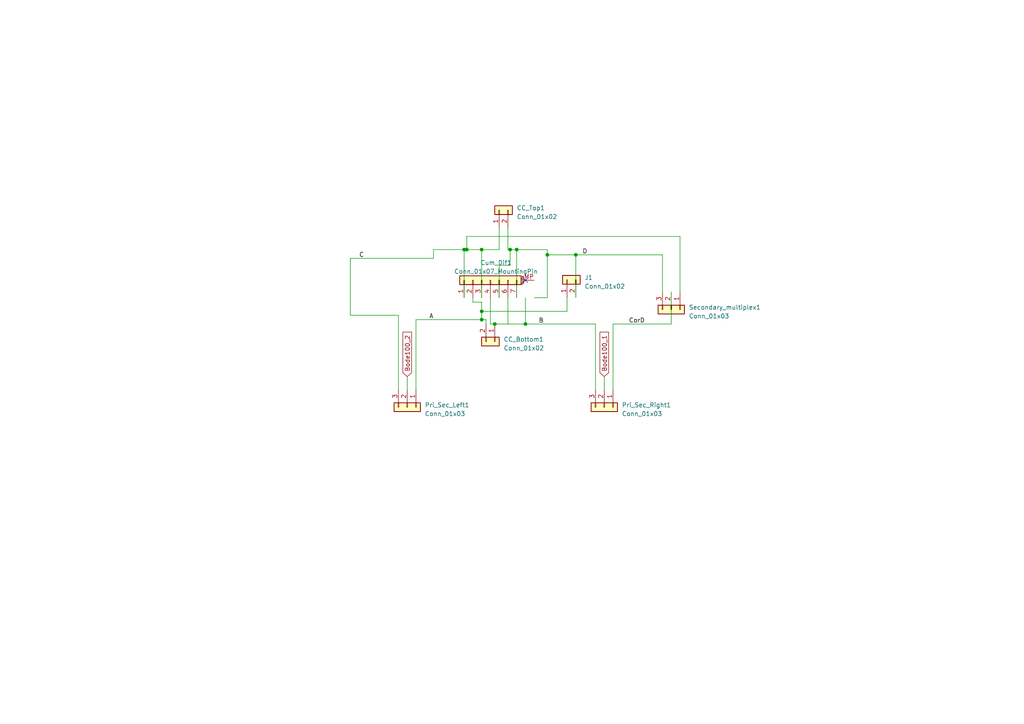
<source format=kicad_sch>
(kicad_sch
	(version 20231120)
	(generator "eeschema")
	(generator_version "8.0")
	(uuid "98b9accc-047d-4f28-9dad-644d75d95ed7")
	(paper "A4")
	(lib_symbols
		(symbol "Connector_Generic:Conn_01x02"
			(pin_names
				(offset 1.016) hide)
			(exclude_from_sim no)
			(in_bom yes)
			(on_board yes)
			(property "Reference" "J"
				(at 0 2.54 0)
				(effects
					(font
						(size 1.27 1.27)
					)
				)
			)
			(property "Value" "Conn_01x02"
				(at 0 -5.08 0)
				(effects
					(font
						(size 1.27 1.27)
					)
				)
			)
			(property "Footprint" ""
				(at 0 0 0)
				(effects
					(font
						(size 1.27 1.27)
					)
					(hide yes)
				)
			)
			(property "Datasheet" "~"
				(at 0 0 0)
				(effects
					(font
						(size 1.27 1.27)
					)
					(hide yes)
				)
			)
			(property "Description" "Generic connector, single row, 01x02, script generated (kicad-library-utils/schlib/autogen/connector/)"
				(at 0 0 0)
				(effects
					(font
						(size 1.27 1.27)
					)
					(hide yes)
				)
			)
			(property "ki_keywords" "connector"
				(at 0 0 0)
				(effects
					(font
						(size 1.27 1.27)
					)
					(hide yes)
				)
			)
			(property "ki_fp_filters" "Connector*:*_1x??_*"
				(at 0 0 0)
				(effects
					(font
						(size 1.27 1.27)
					)
					(hide yes)
				)
			)
			(symbol "Conn_01x02_1_1"
				(rectangle
					(start -1.27 -2.413)
					(end 0 -2.667)
					(stroke
						(width 0.1524)
						(type default)
					)
					(fill
						(type none)
					)
				)
				(rectangle
					(start -1.27 0.127)
					(end 0 -0.127)
					(stroke
						(width 0.1524)
						(type default)
					)
					(fill
						(type none)
					)
				)
				(rectangle
					(start -1.27 1.27)
					(end 1.27 -3.81)
					(stroke
						(width 0.254)
						(type default)
					)
					(fill
						(type background)
					)
				)
				(pin passive line
					(at -5.08 0 0)
					(length 3.81)
					(name "Pin_1"
						(effects
							(font
								(size 1.27 1.27)
							)
						)
					)
					(number "1"
						(effects
							(font
								(size 1.27 1.27)
							)
						)
					)
				)
				(pin passive line
					(at -5.08 -2.54 0)
					(length 3.81)
					(name "Pin_2"
						(effects
							(font
								(size 1.27 1.27)
							)
						)
					)
					(number "2"
						(effects
							(font
								(size 1.27 1.27)
							)
						)
					)
				)
			)
		)
		(symbol "Connector_Generic:Conn_01x03"
			(pin_names
				(offset 1.016) hide)
			(exclude_from_sim no)
			(in_bom yes)
			(on_board yes)
			(property "Reference" "J"
				(at 0 5.08 0)
				(effects
					(font
						(size 1.27 1.27)
					)
				)
			)
			(property "Value" "Conn_01x03"
				(at 0 -5.08 0)
				(effects
					(font
						(size 1.27 1.27)
					)
				)
			)
			(property "Footprint" ""
				(at 0 0 0)
				(effects
					(font
						(size 1.27 1.27)
					)
					(hide yes)
				)
			)
			(property "Datasheet" "~"
				(at 0 0 0)
				(effects
					(font
						(size 1.27 1.27)
					)
					(hide yes)
				)
			)
			(property "Description" "Generic connector, single row, 01x03, script generated (kicad-library-utils/schlib/autogen/connector/)"
				(at 0 0 0)
				(effects
					(font
						(size 1.27 1.27)
					)
					(hide yes)
				)
			)
			(property "ki_keywords" "connector"
				(at 0 0 0)
				(effects
					(font
						(size 1.27 1.27)
					)
					(hide yes)
				)
			)
			(property "ki_fp_filters" "Connector*:*_1x??_*"
				(at 0 0 0)
				(effects
					(font
						(size 1.27 1.27)
					)
					(hide yes)
				)
			)
			(symbol "Conn_01x03_1_1"
				(rectangle
					(start -1.27 -2.413)
					(end 0 -2.667)
					(stroke
						(width 0.1524)
						(type default)
					)
					(fill
						(type none)
					)
				)
				(rectangle
					(start -1.27 0.127)
					(end 0 -0.127)
					(stroke
						(width 0.1524)
						(type default)
					)
					(fill
						(type none)
					)
				)
				(rectangle
					(start -1.27 2.667)
					(end 0 2.413)
					(stroke
						(width 0.1524)
						(type default)
					)
					(fill
						(type none)
					)
				)
				(rectangle
					(start -1.27 3.81)
					(end 1.27 -3.81)
					(stroke
						(width 0.254)
						(type default)
					)
					(fill
						(type background)
					)
				)
				(pin passive line
					(at -5.08 2.54 0)
					(length 3.81)
					(name "Pin_1"
						(effects
							(font
								(size 1.27 1.27)
							)
						)
					)
					(number "1"
						(effects
							(font
								(size 1.27 1.27)
							)
						)
					)
				)
				(pin passive line
					(at -5.08 0 0)
					(length 3.81)
					(name "Pin_2"
						(effects
							(font
								(size 1.27 1.27)
							)
						)
					)
					(number "2"
						(effects
							(font
								(size 1.27 1.27)
							)
						)
					)
				)
				(pin passive line
					(at -5.08 -2.54 0)
					(length 3.81)
					(name "Pin_3"
						(effects
							(font
								(size 1.27 1.27)
							)
						)
					)
					(number "3"
						(effects
							(font
								(size 1.27 1.27)
							)
						)
					)
				)
			)
		)
		(symbol "Connector_Generic_MountingPin:Conn_01x07_MountingPin"
			(pin_names
				(offset 1.016) hide)
			(exclude_from_sim no)
			(in_bom yes)
			(on_board yes)
			(property "Reference" "J"
				(at 0 10.16 0)
				(effects
					(font
						(size 1.27 1.27)
					)
				)
			)
			(property "Value" "Conn_01x07_MountingPin"
				(at 1.27 -10.16 0)
				(effects
					(font
						(size 1.27 1.27)
					)
					(justify left)
				)
			)
			(property "Footprint" ""
				(at 0 0 0)
				(effects
					(font
						(size 1.27 1.27)
					)
					(hide yes)
				)
			)
			(property "Datasheet" "~"
				(at 0 0 0)
				(effects
					(font
						(size 1.27 1.27)
					)
					(hide yes)
				)
			)
			(property "Description" "Generic connectable mounting pin connector, single row, 01x07, script generated (kicad-library-utils/schlib/autogen/connector/)"
				(at 0 0 0)
				(effects
					(font
						(size 1.27 1.27)
					)
					(hide yes)
				)
			)
			(property "ki_keywords" "connector"
				(at 0 0 0)
				(effects
					(font
						(size 1.27 1.27)
					)
					(hide yes)
				)
			)
			(property "ki_fp_filters" "Connector*:*_1x??-1MP*"
				(at 0 0 0)
				(effects
					(font
						(size 1.27 1.27)
					)
					(hide yes)
				)
			)
			(symbol "Conn_01x07_MountingPin_1_1"
				(rectangle
					(start -1.27 -7.493)
					(end 0 -7.747)
					(stroke
						(width 0.1524)
						(type default)
					)
					(fill
						(type none)
					)
				)
				(rectangle
					(start -1.27 -4.953)
					(end 0 -5.207)
					(stroke
						(width 0.1524)
						(type default)
					)
					(fill
						(type none)
					)
				)
				(rectangle
					(start -1.27 -2.413)
					(end 0 -2.667)
					(stroke
						(width 0.1524)
						(type default)
					)
					(fill
						(type none)
					)
				)
				(rectangle
					(start -1.27 0.127)
					(end 0 -0.127)
					(stroke
						(width 0.1524)
						(type default)
					)
					(fill
						(type none)
					)
				)
				(rectangle
					(start -1.27 2.667)
					(end 0 2.413)
					(stroke
						(width 0.1524)
						(type default)
					)
					(fill
						(type none)
					)
				)
				(rectangle
					(start -1.27 5.207)
					(end 0 4.953)
					(stroke
						(width 0.1524)
						(type default)
					)
					(fill
						(type none)
					)
				)
				(rectangle
					(start -1.27 7.747)
					(end 0 7.493)
					(stroke
						(width 0.1524)
						(type default)
					)
					(fill
						(type none)
					)
				)
				(rectangle
					(start -1.27 8.89)
					(end 1.27 -8.89)
					(stroke
						(width 0.254)
						(type default)
					)
					(fill
						(type background)
					)
				)
				(polyline
					(pts
						(xy -1.016 -9.652) (xy 1.016 -9.652)
					)
					(stroke
						(width 0.1524)
						(type default)
					)
					(fill
						(type none)
					)
				)
				(text "Mounting"
					(at 0 -9.271 0)
					(effects
						(font
							(size 0.381 0.381)
						)
					)
				)
				(pin passive line
					(at -5.08 7.62 0)
					(length 3.81)
					(name "Pin_1"
						(effects
							(font
								(size 1.27 1.27)
							)
						)
					)
					(number "1"
						(effects
							(font
								(size 1.27 1.27)
							)
						)
					)
				)
				(pin passive line
					(at -5.08 5.08 0)
					(length 3.81)
					(name "Pin_2"
						(effects
							(font
								(size 1.27 1.27)
							)
						)
					)
					(number "2"
						(effects
							(font
								(size 1.27 1.27)
							)
						)
					)
				)
				(pin passive line
					(at -5.08 2.54 0)
					(length 3.81)
					(name "Pin_3"
						(effects
							(font
								(size 1.27 1.27)
							)
						)
					)
					(number "3"
						(effects
							(font
								(size 1.27 1.27)
							)
						)
					)
				)
				(pin passive line
					(at -5.08 0 0)
					(length 3.81)
					(name "Pin_4"
						(effects
							(font
								(size 1.27 1.27)
							)
						)
					)
					(number "4"
						(effects
							(font
								(size 1.27 1.27)
							)
						)
					)
				)
				(pin passive line
					(at -5.08 -2.54 0)
					(length 3.81)
					(name "Pin_5"
						(effects
							(font
								(size 1.27 1.27)
							)
						)
					)
					(number "5"
						(effects
							(font
								(size 1.27 1.27)
							)
						)
					)
				)
				(pin passive line
					(at -5.08 -5.08 0)
					(length 3.81)
					(name "Pin_6"
						(effects
							(font
								(size 1.27 1.27)
							)
						)
					)
					(number "6"
						(effects
							(font
								(size 1.27 1.27)
							)
						)
					)
				)
				(pin passive line
					(at -5.08 -7.62 0)
					(length 3.81)
					(name "Pin_7"
						(effects
							(font
								(size 1.27 1.27)
							)
						)
					)
					(number "7"
						(effects
							(font
								(size 1.27 1.27)
							)
						)
					)
				)
				(pin passive line
					(at 0 -12.7 90)
					(length 3.048)
					(name "MountPin"
						(effects
							(font
								(size 1.27 1.27)
							)
						)
					)
					(number "MP"
						(effects
							(font
								(size 1.27 1.27)
							)
						)
					)
				)
			)
		)
	)
	(junction
		(at 139.7 92.71)
		(diameter 0)
		(color 0 0 0 0)
		(uuid "27d3d319-74aa-411e-85cf-3fccd346f31b")
	)
	(junction
		(at 139.7 72.39)
		(diameter 0)
		(color 0 0 0 0)
		(uuid "2c89ca24-a436-4b90-8320-5d3c5a822b33")
	)
	(junction
		(at 135.382 72.39)
		(diameter 0)
		(color 0 0 0 0)
		(uuid "35068ae8-05b7-4f39-bd96-fa04cb3efdd8")
	)
	(junction
		(at 143.51 93.98)
		(diameter 0)
		(color 0 0 0 0)
		(uuid "5cb51c37-bc06-4d52-b733-e61db2a10c36")
	)
	(junction
		(at 149.86 72.39)
		(diameter 0)
		(color 0 0 0 0)
		(uuid "5e7a20f9-21fd-4883-9ef4-8bf6dd930be1")
	)
	(junction
		(at 158.75 73.914)
		(diameter 0)
		(color 0 0 0 0)
		(uuid "98257ecc-3e6e-4ce4-a56e-d004e0fe4132")
	)
	(junction
		(at 147.955 72.39)
		(diameter 0)
		(color 0 0 0 0)
		(uuid "985f441e-56d9-422c-a2fb-71d342842afb")
	)
	(junction
		(at 139.7 90.297)
		(diameter 0)
		(color 0 0 0 0)
		(uuid "b2151375-f24e-48a2-a4c5-65f6dad173e9")
	)
	(junction
		(at 167.005 73.914)
		(diameter 0)
		(color 0 0 0 0)
		(uuid "c7410452-3f79-4abd-a060-42f841690719")
	)
	(junction
		(at 134.62 72.39)
		(diameter 0)
		(color 0 0 0 0)
		(uuid "d5a965de-4687-4219-a3a4-e3744565e372")
	)
	(junction
		(at 152.4 93.98)
		(diameter 0)
		(color 0 0 0 0)
		(uuid "ec14f028-0d39-4225-b647-a6e84f23b780")
	)
	(no_connect
		(at 152.4 81.28)
		(uuid "b3687857-cf71-4641-8d56-34c1e4b16c99")
	)
	(wire
		(pts
			(xy 140.97 92.71) (xy 140.97 93.98)
		)
		(stroke
			(width 0)
			(type default)
		)
		(uuid "01bc2ae2-69d8-4463-b5dc-cd69ab2a2e71")
	)
	(wire
		(pts
			(xy 167.005 73.914) (xy 192.151 73.914)
		)
		(stroke
			(width 0)
			(type default)
		)
		(uuid "049c5c99-d1c2-4d8c-8980-a25e6b5bd919")
	)
	(wire
		(pts
			(xy 137.16 87.63) (xy 139.7 87.63)
		)
		(stroke
			(width 0)
			(type default)
		)
		(uuid "05b46a37-38c3-49ba-bf00-08ecfb1f9a72")
	)
	(wire
		(pts
			(xy 115.57 113.03) (xy 115.57 91.44)
		)
		(stroke
			(width 0)
			(type default)
		)
		(uuid "0ccf99d5-eb85-4779-a57f-622b6c5cd2bb")
	)
	(wire
		(pts
			(xy 147.955 76.962) (xy 147.955 72.39)
		)
		(stroke
			(width 0)
			(type default)
		)
		(uuid "1c4c92e9-64a6-4e2e-a315-b3b0f1f0a2ee")
	)
	(wire
		(pts
			(xy 118.11 109.22) (xy 118.11 113.03)
		)
		(stroke
			(width 0)
			(type default)
		)
		(uuid "1c8e7dd9-1b53-4b9a-a9d7-410c5a3b8abf")
	)
	(wire
		(pts
			(xy 164.465 90.297) (xy 139.7 90.297)
		)
		(stroke
			(width 0)
			(type default)
		)
		(uuid "20445cda-1cf8-4d16-acf5-a16d54d4cb5a")
	)
	(wire
		(pts
			(xy 197.231 84.709) (xy 197.231 68.58)
		)
		(stroke
			(width 0)
			(type default)
		)
		(uuid "21d3b86c-e477-4a33-929d-8a9dd7098058")
	)
	(wire
		(pts
			(xy 152.4 93.98) (xy 172.72 93.98)
		)
		(stroke
			(width 0)
			(type default)
		)
		(uuid "2301e2f5-a3c4-4a92-a529-1af115617d1d")
	)
	(wire
		(pts
			(xy 158.75 73.914) (xy 158.75 86.36)
		)
		(stroke
			(width 0)
			(type default)
		)
		(uuid "234e84f8-8a70-4ee1-8871-e467b4d5c203")
	)
	(wire
		(pts
			(xy 135.382 68.58) (xy 197.231 68.58)
		)
		(stroke
			(width 0)
			(type default)
		)
		(uuid "24c01810-7dfc-465a-a007-526ab4679f1d")
	)
	(wire
		(pts
			(xy 139.7 86.36) (xy 139.7 72.39)
		)
		(stroke
			(width 0)
			(type default)
		)
		(uuid "270d77ca-b071-4b75-b526-cbd63a0e54ac")
	)
	(wire
		(pts
			(xy 135.382 72.39) (xy 134.62 72.39)
		)
		(stroke
			(width 0)
			(type default)
		)
		(uuid "301566bd-3138-462f-afb2-8f3d5d0c0a15")
	)
	(wire
		(pts
			(xy 154.94 86.36) (xy 158.75 86.36)
		)
		(stroke
			(width 0)
			(type default)
		)
		(uuid "352d0ea3-6b56-4c92-aae2-8c89a99edb79")
	)
	(wire
		(pts
			(xy 134.62 72.39) (xy 134.62 86.36)
		)
		(stroke
			(width 0)
			(type default)
		)
		(uuid "36e4b64b-f730-49d9-8454-afc56ac1a013")
	)
	(wire
		(pts
			(xy 147.32 86.36) (xy 147.32 94.107)
		)
		(stroke
			(width 0)
			(type default)
		)
		(uuid "37b9479f-0696-4a3b-a22d-cd079b3e5b7f")
	)
	(wire
		(pts
			(xy 101.6 74.93) (xy 125.73 74.93)
		)
		(stroke
			(width 0)
			(type default)
		)
		(uuid "3d632267-f409-4988-a80f-bc05bd973fce")
	)
	(wire
		(pts
			(xy 149.86 72.39) (xy 149.86 86.36)
		)
		(stroke
			(width 0)
			(type default)
		)
		(uuid "45801f09-ec30-423d-857f-c9b514284414")
	)
	(wire
		(pts
			(xy 142.24 86.36) (xy 142.24 93.98)
		)
		(stroke
			(width 0)
			(type default)
		)
		(uuid "53a3a7c7-260e-4f9b-8e20-459f3d9468ea")
	)
	(wire
		(pts
			(xy 139.7 90.297) (xy 139.7 92.71)
		)
		(stroke
			(width 0)
			(type default)
		)
		(uuid "57ede11f-d284-4ce8-ba61-73121896c4a4")
	)
	(wire
		(pts
			(xy 172.72 93.98) (xy 172.72 113.03)
		)
		(stroke
			(width 0)
			(type default)
		)
		(uuid "66b72558-26ba-4a55-8720-f5590162ad1c")
	)
	(wire
		(pts
			(xy 135.382 72.39) (xy 139.7 72.39)
		)
		(stroke
			(width 0)
			(type default)
		)
		(uuid "69b9e806-f53a-4a5f-b05e-cac8944d78bf")
	)
	(wire
		(pts
			(xy 115.57 91.44) (xy 101.6 91.44)
		)
		(stroke
			(width 0)
			(type default)
		)
		(uuid "69f86b00-ef63-43c3-b98f-a7316d1ab764")
	)
	(wire
		(pts
			(xy 139.7 92.71) (xy 140.97 92.71)
		)
		(stroke
			(width 0)
			(type default)
		)
		(uuid "76b56279-9d14-40c2-a6bf-602d39e950d1")
	)
	(wire
		(pts
			(xy 158.75 73.914) (xy 167.005 73.914)
		)
		(stroke
			(width 0)
			(type default)
		)
		(uuid "81e54e47-25ef-4460-98ce-98d3aeb4736c")
	)
	(wire
		(pts
			(xy 194.691 93.98) (xy 194.691 84.709)
		)
		(stroke
			(width 0)
			(type default)
		)
		(uuid "833bfbfc-9908-4816-9bbd-025c84e5b945")
	)
	(wire
		(pts
			(xy 137.16 86.36) (xy 137.16 87.63)
		)
		(stroke
			(width 0)
			(type default)
		)
		(uuid "855209d2-81d3-4f40-b4e1-43ded5082ef4")
	)
	(wire
		(pts
			(xy 177.8 93.98) (xy 194.691 93.98)
		)
		(stroke
			(width 0)
			(type default)
		)
		(uuid "88bf831f-9001-4c4e-bd1e-fcb272682f76")
	)
	(wire
		(pts
			(xy 167.005 73.914) (xy 167.005 86.233)
		)
		(stroke
			(width 0)
			(type default)
		)
		(uuid "890f394a-e81d-48d9-bee3-1ff12903ed90")
	)
	(wire
		(pts
			(xy 144.78 86.36) (xy 144.78 76.962)
		)
		(stroke
			(width 0)
			(type default)
		)
		(uuid "8919c15a-65ef-4593-b599-1d011486c712")
	)
	(wire
		(pts
			(xy 147.32 72.39) (xy 147.955 72.39)
		)
		(stroke
			(width 0)
			(type default)
		)
		(uuid "8b5e032c-082a-4e93-97ba-290e4e9970d9")
	)
	(wire
		(pts
			(xy 120.65 113.03) (xy 120.65 92.71)
		)
		(stroke
			(width 0)
			(type default)
		)
		(uuid "9656bb01-3809-4e87-b6bc-abceb86aaa8d")
	)
	(wire
		(pts
			(xy 134.62 72.39) (xy 125.73 72.39)
		)
		(stroke
			(width 0)
			(type default)
		)
		(uuid "9bbd9552-a4aa-4ae5-a41e-e64a9c41d9ee")
	)
	(wire
		(pts
			(xy 101.6 91.44) (xy 101.6 74.93)
		)
		(stroke
			(width 0)
			(type default)
		)
		(uuid "a2fe14ca-b820-47cc-b02d-190a377a9c2b")
	)
	(wire
		(pts
			(xy 158.75 72.39) (xy 158.75 73.914)
		)
		(stroke
			(width 0)
			(type default)
		)
		(uuid "ab11afb8-41c5-4845-9f4b-34c425148725")
	)
	(wire
		(pts
			(xy 164.465 86.233) (xy 164.465 90.297)
		)
		(stroke
			(width 0)
			(type default)
		)
		(uuid "b59aec1b-9910-4439-9d7f-6ab9bddd97c9")
	)
	(wire
		(pts
			(xy 175.26 109.22) (xy 175.26 113.03)
		)
		(stroke
			(width 0)
			(type default)
		)
		(uuid "b5ed3c35-86ab-400c-924d-10f02225d599")
	)
	(wire
		(pts
			(xy 144.78 66.04) (xy 144.78 72.39)
		)
		(stroke
			(width 0)
			(type default)
		)
		(uuid "c9bdaf31-189a-4843-9404-df781fb915bb")
	)
	(wire
		(pts
			(xy 149.86 72.39) (xy 158.75 72.39)
		)
		(stroke
			(width 0)
			(type default)
		)
		(uuid "c9f3fee9-9b2a-4a49-97c6-290655ecd4d7")
	)
	(wire
		(pts
			(xy 152.4 86.36) (xy 152.4 93.98)
		)
		(stroke
			(width 0)
			(type default)
		)
		(uuid "ca8531d5-8d44-4747-aa9a-744d32f20ec3")
	)
	(wire
		(pts
			(xy 177.8 113.03) (xy 177.8 93.98)
		)
		(stroke
			(width 0)
			(type default)
		)
		(uuid "d65e8bb4-69ee-4a34-8fe4-382f8c414f74")
	)
	(wire
		(pts
			(xy 144.78 76.962) (xy 147.955 76.962)
		)
		(stroke
			(width 0)
			(type default)
		)
		(uuid "da290457-9bb8-45e1-b35f-56bcbe1a9360")
	)
	(wire
		(pts
			(xy 135.382 68.58) (xy 135.382 72.39)
		)
		(stroke
			(width 0)
			(type default)
		)
		(uuid "dcdc7e46-be82-4bc8-8b95-34f563ae88f7")
	)
	(wire
		(pts
			(xy 125.73 72.39) (xy 125.73 74.93)
		)
		(stroke
			(width 0)
			(type default)
		)
		(uuid "ddcb8f94-2ca2-4298-ba81-ec00f43df572")
	)
	(wire
		(pts
			(xy 147.32 66.04) (xy 147.32 72.39)
		)
		(stroke
			(width 0)
			(type default)
		)
		(uuid "e63bb375-65d6-442d-9768-8974f3e35453")
	)
	(wire
		(pts
			(xy 147.955 72.39) (xy 149.86 72.39)
		)
		(stroke
			(width 0)
			(type default)
		)
		(uuid "ed1e4c08-9cdc-412d-a2ed-e2dc5f0c8221")
	)
	(wire
		(pts
			(xy 139.7 72.39) (xy 144.78 72.39)
		)
		(stroke
			(width 0)
			(type default)
		)
		(uuid "edbbdbf3-b92f-49ed-b921-d9f93fecd071")
	)
	(wire
		(pts
			(xy 143.51 93.98) (xy 152.4 93.98)
		)
		(stroke
			(width 0)
			(type default)
		)
		(uuid "efa93899-bc97-4546-977b-10883e3bc496")
	)
	(wire
		(pts
			(xy 192.151 73.914) (xy 192.151 84.709)
		)
		(stroke
			(width 0)
			(type default)
		)
		(uuid "f1baf5fb-b515-4a59-acb3-d77e7d42a761")
	)
	(wire
		(pts
			(xy 139.7 87.63) (xy 139.7 90.297)
		)
		(stroke
			(width 0)
			(type default)
		)
		(uuid "f8acf64e-7a53-4ed4-a19c-905f743e3de2")
	)
	(wire
		(pts
			(xy 142.24 93.98) (xy 143.51 93.98)
		)
		(stroke
			(width 0)
			(type default)
		)
		(uuid "f9147422-eca3-4599-9384-fdbe6e8bc441")
	)
	(wire
		(pts
			(xy 120.65 92.71) (xy 139.7 92.71)
		)
		(stroke
			(width 0)
			(type default)
		)
		(uuid "fcee2473-c1cc-46eb-b5a4-e5a8a5b47de4")
	)
	(label "A"
		(at 124.46 92.71 0)
		(fields_autoplaced yes)
		(effects
			(font
				(size 1.27 1.27)
			)
			(justify left bottom)
		)
		(uuid "2032d173-1631-4982-8dc6-4cf69d7dbb1a")
	)
	(label "CorD"
		(at 182.372 93.98 0)
		(fields_autoplaced yes)
		(effects
			(font
				(size 1.27 1.27)
			)
			(justify left bottom)
		)
		(uuid "30454443-e088-42a2-a197-f0c2beb8242e")
	)
	(label "B"
		(at 156.21 93.98 0)
		(fields_autoplaced yes)
		(effects
			(font
				(size 1.27 1.27)
			)
			(justify left bottom)
		)
		(uuid "835fca81-b96f-4a01-9d32-d846f5b24e30")
	)
	(label "C"
		(at 104.14 74.93 0)
		(fields_autoplaced yes)
		(effects
			(font
				(size 1.27 1.27)
			)
			(justify left bottom)
		)
		(uuid "a50386df-8015-4535-93dc-35abd6ce5932")
	)
	(label "D"
		(at 168.91 73.914 0)
		(fields_autoplaced yes)
		(effects
			(font
				(size 1.27 1.27)
			)
			(justify left bottom)
		)
		(uuid "da0bc50d-6f73-4982-9edc-a246c82cd992")
	)
	(global_label "Bode100_1"
		(shape input)
		(at 175.26 109.22 90)
		(fields_autoplaced yes)
		(effects
			(font
				(size 1.27 1.27)
			)
			(justify left)
		)
		(uuid "1240d268-11ae-43c1-b99d-98cb4d90605e")
		(property "Intersheetrefs" "${INTERSHEET_REFS}"
			(at 175.26 95.852 90)
			(effects
				(font
					(size 1.27 1.27)
				)
				(justify left)
				(hide yes)
			)
		)
	)
	(global_label "Bode100_2"
		(shape input)
		(at 118.11 109.22 90)
		(fields_autoplaced yes)
		(effects
			(font
				(size 1.27 1.27)
			)
			(justify left)
		)
		(uuid "d516dcaa-528f-4dc8-a17f-2f60fa0e9b19")
		(property "Intersheetrefs" "${INTERSHEET_REFS}"
			(at 118.11 95.852 90)
			(effects
				(font
					(size 1.27 1.27)
				)
				(justify left)
				(hide yes)
			)
		)
	)
	(symbol
		(lib_id "Connector_Generic:Conn_01x02")
		(at 144.78 60.96 90)
		(unit 1)
		(exclude_from_sim no)
		(in_bom yes)
		(on_board yes)
		(dnp no)
		(fields_autoplaced yes)
		(uuid "51a9bf1f-c863-4b13-941d-a3995d40a177")
		(property "Reference" "J4"
			(at 149.86 60.325 90)
			(effects
				(font
					(size 1.27 1.27)
				)
				(justify right)
			)
		)
		(property "Value" "Conn_01x02"
			(at 149.86 62.865 90)
			(effects
				(font
					(size 1.27 1.27)
				)
				(justify right)
			)
		)
		(property "Footprint" "Connector_PinHeader_2.54mm:PinHeader_1x02_P2.54mm_Vertical_SMD_Pin1Left"
			(at 144.78 60.96 0)
			(effects
				(font
					(size 1.27 1.27)
				)
				(hide yes)
			)
		)
		(property "Datasheet" "~"
			(at 144.78 60.96 0)
			(effects
				(font
					(size 1.27 1.27)
				)
				(hide yes)
			)
		)
		(property "Description" ""
			(at 144.78 60.96 0)
			(effects
				(font
					(size 1.27 1.27)
				)
				(hide yes)
			)
		)
		(pin "1"
			(uuid "8813a5a0-def6-4132-950a-f6859f267bf5")
		)
		(pin "2"
			(uuid "08518333-75d0-48c4-9425-bd45e74aeeea")
		)
		(instances
			(project "adapter"
				(path "/0c2bf133-6b60-4fa2-bc94-6e1f637a9ced"
					(reference "J4")
					(unit 1)
				)
			)
			(project "adapter_leakage"
				(path "/98b9accc-047d-4f28-9dad-644d75d95ed7"
					(reference "CC_Top1")
					(unit 1)
				)
			)
		)
	)
	(symbol
		(lib_id "Connector_Generic:Conn_01x02")
		(at 143.51 99.06 270)
		(unit 1)
		(exclude_from_sim no)
		(in_bom yes)
		(on_board yes)
		(dnp no)
		(fields_autoplaced yes)
		(uuid "79173c4e-1d14-47aa-bc39-1754b408f864")
		(property "Reference" "J5"
			(at 146.05 98.425 90)
			(effects
				(font
					(size 1.27 1.27)
				)
				(justify left)
			)
		)
		(property "Value" "Conn_01x02"
			(at 146.05 100.965 90)
			(effects
				(font
					(size 1.27 1.27)
				)
				(justify left)
			)
		)
		(property "Footprint" "Connector_PinHeader_2.54mm:PinHeader_1x02_P2.54mm_Vertical_SMD_Pin1Left"
			(at 143.51 99.06 0)
			(effects
				(font
					(size 1.27 1.27)
				)
				(hide yes)
			)
		)
		(property "Datasheet" "~"
			(at 143.51 99.06 0)
			(effects
				(font
					(size 1.27 1.27)
				)
				(hide yes)
			)
		)
		(property "Description" ""
			(at 143.51 99.06 0)
			(effects
				(font
					(size 1.27 1.27)
				)
				(hide yes)
			)
		)
		(pin "1"
			(uuid "02458434-fee5-4fc4-b82c-a01925e73f8f")
		)
		(pin "2"
			(uuid "9a7b754c-1ed3-4a27-a41a-03632484cc86")
		)
		(instances
			(project "adapter"
				(path "/0c2bf133-6b60-4fa2-bc94-6e1f637a9ced"
					(reference "J5")
					(unit 1)
				)
			)
			(project "adapter_leakage"
				(path "/98b9accc-047d-4f28-9dad-644d75d95ed7"
					(reference "CC_Bottom1")
					(unit 1)
				)
			)
		)
	)
	(symbol
		(lib_id "Connector_Generic:Conn_01x02")
		(at 164.465 81.153 90)
		(unit 1)
		(exclude_from_sim no)
		(in_bom yes)
		(on_board yes)
		(dnp no)
		(fields_autoplaced yes)
		(uuid "adbf77c2-d0a7-48d8-af3f-fcea71701f9f")
		(property "Reference" "J4"
			(at 169.545 80.518 90)
			(effects
				(font
					(size 1.27 1.27)
				)
				(justify right)
			)
		)
		(property "Value" "Conn_01x02"
			(at 169.545 83.058 90)
			(effects
				(font
					(size 1.27 1.27)
				)
				(justify right)
			)
		)
		(property "Footprint" "Connector_PinHeader_2.54mm:PinHeader_1x02_P2.54mm_Vertical_SMD_Pin1Left"
			(at 164.465 81.153 0)
			(effects
				(font
					(size 1.27 1.27)
				)
				(hide yes)
			)
		)
		(property "Datasheet" "~"
			(at 164.465 81.153 0)
			(effects
				(font
					(size 1.27 1.27)
				)
				(hide yes)
			)
		)
		(property "Description" ""
			(at 164.465 81.153 0)
			(effects
				(font
					(size 1.27 1.27)
				)
				(hide yes)
			)
		)
		(pin "1"
			(uuid "97277f04-7c44-49ab-918e-06a9ec0e809c")
		)
		(pin "2"
			(uuid "68b0947c-6116-4914-81c2-9955bb47126b")
		)
		(instances
			(project "adapter"
				(path "/0c2bf133-6b60-4fa2-bc94-6e1f637a9ced"
					(reference "J4")
					(unit 1)
				)
			)
			(project "adapter_leakage"
				(path "/98b9accc-047d-4f28-9dad-644d75d95ed7"
					(reference "J1")
					(unit 1)
				)
			)
		)
	)
	(symbol
		(lib_id "Connector_Generic:Conn_01x03")
		(at 175.26 118.11 270)
		(unit 1)
		(exclude_from_sim no)
		(in_bom yes)
		(on_board yes)
		(dnp no)
		(fields_autoplaced yes)
		(uuid "b65cf581-358d-40f1-ae52-ae4ff554515e")
		(property "Reference" "J6"
			(at 180.34 117.475 90)
			(effects
				(font
					(size 1.27 1.27)
				)
				(justify left)
			)
		)
		(property "Value" "Conn_01x03"
			(at 180.34 120.015 90)
			(effects
				(font
					(size 1.27 1.27)
				)
				(justify left)
			)
		)
		(property "Footprint" "Connector_PinHeader_2.54mm:PinHeader_1x03_P2.54mm_Vertical_SMD_Pin1Left"
			(at 175.26 118.11 0)
			(effects
				(font
					(size 1.27 1.27)
				)
				(hide yes)
			)
		)
		(property "Datasheet" "~"
			(at 175.26 118.11 0)
			(effects
				(font
					(size 1.27 1.27)
				)
				(hide yes)
			)
		)
		(property "Description" ""
			(at 175.26 118.11 0)
			(effects
				(font
					(size 1.27 1.27)
				)
				(hide yes)
			)
		)
		(pin "1"
			(uuid "73a47ac5-1c11-47e4-b7ab-d560e4e5ec26")
		)
		(pin "2"
			(uuid "f5f4c723-a36b-4f66-bef8-13c2721ec9c5")
		)
		(pin "3"
			(uuid "98982532-6dcf-4cf2-abb9-97b6dc7e0a1e")
		)
		(instances
			(project "adapter"
				(path "/0c2bf133-6b60-4fa2-bc94-6e1f637a9ced"
					(reference "J6")
					(unit 1)
				)
			)
			(project "adapter_leakage"
				(path "/98b9accc-047d-4f28-9dad-644d75d95ed7"
					(reference "Pri_Sec_Right1")
					(unit 1)
				)
			)
		)
	)
	(symbol
		(lib_id "Connector_Generic:Conn_01x03")
		(at 118.11 118.11 270)
		(unit 1)
		(exclude_from_sim no)
		(in_bom yes)
		(on_board yes)
		(dnp no)
		(fields_autoplaced yes)
		(uuid "c23dc589-0eb3-4aef-9f86-4bb282ee6c2f")
		(property "Reference" "J7"
			(at 123.19 117.475 90)
			(effects
				(font
					(size 1.27 1.27)
				)
				(justify left)
			)
		)
		(property "Value" "Conn_01x03"
			(at 123.19 120.015 90)
			(effects
				(font
					(size 1.27 1.27)
				)
				(justify left)
			)
		)
		(property "Footprint" "Connector_PinHeader_2.54mm:PinHeader_1x03_P2.54mm_Vertical_SMD_Pin1Left"
			(at 118.11 118.11 0)
			(effects
				(font
					(size 1.27 1.27)
				)
				(hide yes)
			)
		)
		(property "Datasheet" "~"
			(at 118.11 118.11 0)
			(effects
				(font
					(size 1.27 1.27)
				)
				(hide yes)
			)
		)
		(property "Description" ""
			(at 118.11 118.11 0)
			(effects
				(font
					(size 1.27 1.27)
				)
				(hide yes)
			)
		)
		(pin "1"
			(uuid "83d8d561-2622-4442-a01b-b8eef218a7db")
		)
		(pin "2"
			(uuid "4c98a916-43cb-42c6-b035-aab5b74aefe3")
		)
		(pin "3"
			(uuid "6b5aa4ea-6796-411b-a905-1e51be395e67")
		)
		(instances
			(project "adapter"
				(path "/0c2bf133-6b60-4fa2-bc94-6e1f637a9ced"
					(reference "J7")
					(unit 1)
				)
			)
			(project "adapter_leakage"
				(path "/98b9accc-047d-4f28-9dad-644d75d95ed7"
					(reference "Pri_Sec_Left1")
					(unit 1)
				)
			)
		)
	)
	(symbol
		(lib_id "Connector_Generic_MountingPin:Conn_01x07_MountingPin")
		(at 142.24 81.28 90)
		(unit 1)
		(exclude_from_sim no)
		(in_bom yes)
		(on_board yes)
		(dnp no)
		(fields_autoplaced yes)
		(uuid "c4666063-f955-4227-bd9d-305d0ce393e1")
		(property "Reference" "J1"
			(at 143.8656 76.2 90)
			(effects
				(font
					(size 1.27 1.27)
				)
			)
		)
		(property "Value" "Conn_01x07_MountingPin"
			(at 143.8656 78.74 90)
			(effects
				(font
					(size 1.27 1.27)
				)
			)
		)
		(property "Footprint" "Connector_PinHeader_2.54mm:PinHeader_1x07_P2.54mm_Vertical_SMD_Pin1Right"
			(at 142.24 81.28 0)
			(effects
				(font
					(size 1.27 1.27)
				)
				(hide yes)
			)
		)
		(property "Datasheet" "~"
			(at 142.24 81.28 0)
			(effects
				(font
					(size 1.27 1.27)
				)
				(hide yes)
			)
		)
		(property "Description" ""
			(at 142.24 81.28 0)
			(effects
				(font
					(size 1.27 1.27)
				)
				(hide yes)
			)
		)
		(pin "1"
			(uuid "0c2af071-79ed-443f-832a-9ba3af818f1e")
		)
		(pin "2"
			(uuid "d4fe0008-6e61-4c49-b206-7fd0b3c19258")
		)
		(pin "3"
			(uuid "4a280886-339b-4c0f-9310-96800f5452e1")
		)
		(pin "4"
			(uuid "18a2a162-5ddb-44cf-9f45-12f586febda4")
		)
		(pin "5"
			(uuid "f2418241-2e02-498a-a7ba-a2da7b2ff85e")
		)
		(pin "6"
			(uuid "c17f3d90-c1e9-44c2-ac0d-3071ee6eac81")
		)
		(pin "7"
			(uuid "d85b4fb8-5d7f-4121-8dab-e76373047a0e")
		)
		(pin "MP"
			(uuid "0590c638-4758-4e1e-8f37-2e8ed7bffb7d")
		)
		(instances
			(project "adapter"
				(path "/0c2bf133-6b60-4fa2-bc94-6e1f637a9ced"
					(reference "J1")
					(unit 1)
				)
			)
			(project "adapter_leakage"
				(path "/98b9accc-047d-4f28-9dad-644d75d95ed7"
					(reference "Cum_Dif1")
					(unit 1)
				)
			)
		)
	)
	(symbol
		(lib_id "Connector_Generic:Conn_01x03")
		(at 194.691 89.789 270)
		(unit 1)
		(exclude_from_sim no)
		(in_bom yes)
		(on_board yes)
		(dnp no)
		(fields_autoplaced yes)
		(uuid "c703c4cd-af6e-435e-89d2-2fbf29b61ded")
		(property "Reference" "J6"
			(at 199.771 89.154 90)
			(effects
				(font
					(size 1.27 1.27)
				)
				(justify left)
			)
		)
		(property "Value" "Conn_01x03"
			(at 199.771 91.694 90)
			(effects
				(font
					(size 1.27 1.27)
				)
				(justify left)
			)
		)
		(property "Footprint" "Connector_PinHeader_2.54mm:PinHeader_1x03_P2.54mm_Vertical_SMD_Pin1Left"
			(at 194.691 89.789 0)
			(effects
				(font
					(size 1.27 1.27)
				)
				(hide yes)
			)
		)
		(property "Datasheet" "~"
			(at 194.691 89.789 0)
			(effects
				(font
					(size 1.27 1.27)
				)
				(hide yes)
			)
		)
		(property "Description" ""
			(at 194.691 89.789 0)
			(effects
				(font
					(size 1.27 1.27)
				)
				(hide yes)
			)
		)
		(pin "1"
			(uuid "1d481495-ca42-42fd-b6a4-bd7f58fcd0b4")
		)
		(pin "2"
			(uuid "5ebd5642-8f5f-406a-a180-ad9022bc01e6")
		)
		(pin "3"
			(uuid "455d6d50-7a9a-43ca-b45b-63c04fc68133")
		)
		(instances
			(project "adapter"
				(path "/0c2bf133-6b60-4fa2-bc94-6e1f637a9ced"
					(reference "J6")
					(unit 1)
				)
			)
			(project "adapter_leakage"
				(path "/98b9accc-047d-4f28-9dad-644d75d95ed7"
					(reference "Secondary_multiplex1")
					(unit 1)
				)
			)
		)
	)
	(sheet_instances
		(path "/"
			(page "1")
		)
	)
)

</source>
